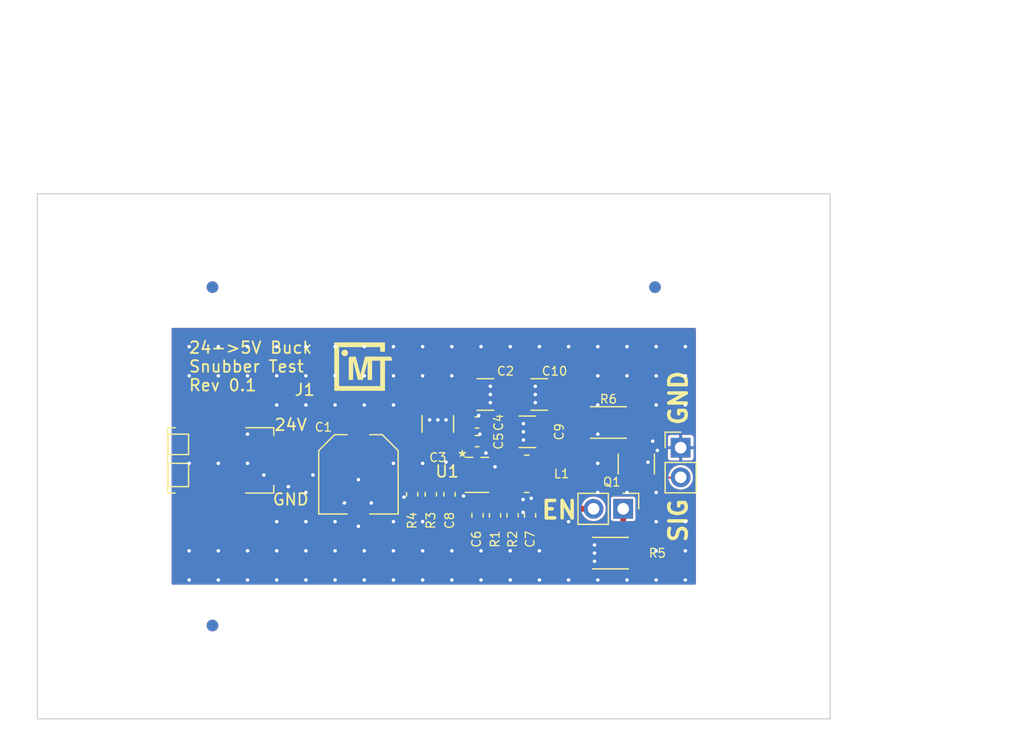
<source format=kicad_pcb>
(kicad_pcb (version 20211014) (generator pcbnew)
  (layers (0 "F.Cu" signal) (31 "B.Cu" signal) (34 "B.Paste" user) (35 "F.Paste" user) (36 "B.SilkS" user "B.Silkscreen") (37 "F.SilkS" user "F.Silkscreen") (38 "B.Mask" user) (39 "F.Mask" user) (44 "Edge.Cuts" user))
  (net 0 "")
  (net 1 "Board_0-+24V")
  (net 2 "Board_0-+5V")
  (net 3 "Board_0-/SW")
  (net 4 "Board_0-GND")
  (net 5 "Board_0-Net-(C6-Pad1)")
  (net 6 "Board_0-Net-(C6-Pad2)")
  (net 7 "Board_0-Net-(C7-Pad1)")
  (net 8 "Board_0-Net-(C8-Pad2)")
  (net 9 "Board_0-Net-(JP1-Pad1)")
  (net 10 "Board_0-Net-(JP2-Pad2)")
  (net 11 "Board_0-Net-(Q1-Pad1)")
  (net 12 "Board_0-unconnected-(U1-Pad5)")
  (footprint "footprints:CAPACITOR_0603N" (layer "F.Cu") (at 57.2 42.56 90)
    (fp_text reference "C7" (at -2.04 0 90 unlocked) (layer "F.SilkS") (effects (font (size 0.75 0.75) (thickness 0.11))))
    (fp_text value "DNP")
    (pad "1" smd roundrect locked (at -0.76 0 90) (size 0.85 0.97) (layers "F.Cu" "F.Paste" "F.Mask") (roundrect_rratio 0.2471) (net 7 "Board_0-Net-(C7-Pad1)"))
    (pad "2" smd roundrect locked (at 0.76 0 90) (size 0.85 0.97) (layers "F.Cu" "F.Paste" "F.Mask") (roundrect_rratio 0.2471) (net 4 "Board_0-GND") (thermal_gap 0.2))
  )
  (footprint "Connector_PinHeader_2.54mm:PinHeader_1x02_P2.54mm_Vertical" (layer "F.Cu") (at 65.175 42 -90)
    (fp_text reference "JP1" hide)
    (fp_text value "Jumper_NO_Small")
    (pad "1" thru_hole rect (at 0 0 270) (size 1.7 1.7) (drill 1) (layers *.Cu *.Mask) (net 9 "Board_0-Net-(JP1-Pad1)"))
    (pad "2" thru_hole oval (at 0 2.54 270) (size 1.7 1.7) (drill 1) (layers *.Cu *.Mask) (net 2 "Board_0-+5V"))
  )
  (footprint "footprints:RESISTOR_0603N" (layer "F.Cu") (at 48.7 40.76 90)
    (fp_text reference "R3" (at -2.24 0 90 unlocked) (layer "F.SilkS") (effects (font (size 0.75 0.75) (thickness 0.11))))
    (fp_text value "RC0603FR-0752K3L")
    (pad "1" smd roundrect locked (at -0.76 0 90) (size 0.85 0.97) (layers "F.Cu" "F.Paste" "F.Mask") (roundrect_rratio 0.2471) (net 2 "Board_0-+5V"))
    (pad "2" smd roundrect locked (at 0.76 0 90) (size 0.85 0.97) (layers "F.Cu" "F.Paste" "F.Mask") (roundrect_rratio 0.2471) (net 8 "Board_0-Net-(C8-Pad2)"))
  )
  (footprint "footprints:1702473" (layer "F.Cu") (at 33.2 37.85 -90)
    (fp_text reference "J1" (at -6.05 -4.7 unlocked) (layer "F.SilkS"))
    (fp_text value "1702473")
    (pad "" smd roundrect (at 3.85 3.3 270) (size 2.3 5.6) (layers "F.Cu" "F.Paste" "F.Mask"))
    (pad "" smd roundrect (at -3.85 3.3 270) (size 2.3 5.6) (layers "F.Cu" "F.Paste" "F.Mask"))
    (pad "1" smd roundrect (at -1.25 -3.3 270) (size 1.4 3.4) (layers "F.Cu" "F.Paste" "F.Mask") (net 1 "Board_0-+24V"))
    (pad "2" smd roundrect (at 1.25 -3.3 270) (size 1.4 3.4) (layers "F.Cu" "F.Paste" "F.Mask") (net 4 "Board_0-GND"))
  )
  (footprint "footprints:RESISTOR_2010N" (layer "F.Cu") (at 63.915 34.6)
    (fp_text reference "R6" (at 0 -2 unlocked) (layer "F.SilkS") (effects (font (size 0.75 0.75) (thickness 0.11))))
    (fp_text value "35028R2JT")
    (pad "1" smd roundrect locked (at -2.415 0) (size 1.39 2.72) (layers "F.Cu" "F.Paste" "F.Mask") (roundrect_rratio 0.1799) (net 2 "Board_0-+5V"))
    (pad "2" smd roundrect locked (at 2.415 0) (size 1.39 2.72) (layers "F.Cu" "F.Paste" "F.Mask") (roundrect_rratio 0.1799) (net 11 "Board_0-Net-(Q1-Pad1)"))
  )
  (footprint "footprints:CAPACITOR_1210N" (layer "F.Cu") (at 56.975 35.4 180)
    (fp_text reference "C9" (at -2.725 0 90 unlocked) (layer "F.SilkS") (effects (font (size 0.75 0.75) (thickness 0.11))))
    (fp_text value "GRM32ER71E226ME15L")
    (pad "1" smd roundrect (at -1.475 0 180) (size 1.16 2.72) (layers "F.Cu" "F.Paste" "F.Mask") (roundrect_rratio 0.2155) (net 2 "Board_0-+5V"))
    (pad "2" smd roundrect (at 1.475 0 180) (size 1.16 2.72) (layers "F.Cu" "F.Paste" "F.Mask") (roundrect_rratio 0.2155) (net 4 "Board_0-GND"))
  )
  (footprint "footprints:RESISTOR_0603N" (layer "F.Cu") (at 55.7 42.56 -90)
    (fp_text reference "R2" (at 2.04 0 90 unlocked) (layer "F.SilkS") (effects (font (size 0.75 0.75) (thickness 0.11))))
    (fp_text value "DNP")
    (pad "1" smd roundrect locked (at -0.76 0 270) (size 0.85 0.97) (layers "F.Cu" "F.Paste" "F.Mask") (roundrect_rratio 0.2471) (net 3 "Board_0-/SW") (thermal_gap 0.25))
    (pad "2" smd roundrect locked (at 0.76 0 270) (size 0.85 0.97) (layers "F.Cu" "F.Paste" "F.Mask") (roundrect_rratio 0.2471) (net 7 "Board_0-Net-(C7-Pad1)"))
  )
  (footprint "footprints:RESISTOR_0603N" (layer "F.Cu") (at 54.2 42.56 -90)
    (fp_text reference "R1" (at 2.04 0 90 unlocked) (layer "F.SilkS") (effects (font (size 0.75 0.75) (thickness 0.11))))
    (fp_text value "DNP")
    (pad "1" smd roundrect locked (at -0.76 0 270) (size 0.85 0.97) (layers "F.Cu" "F.Paste" "F.Mask") (roundrect_rratio 0.2471) (net 3 "Board_0-/SW"))
    (pad "2" smd roundrect locked (at 0.76 0 270) (size 0.85 0.97) (layers "F.Cu" "F.Paste" "F.Mask") (roundrect_rratio 0.2471) (net 6 "Board_0-Net-(C6-Pad2)"))
  )
  (footprint "footprints:CAPACITOR_1210N" (layer "F.Cu") (at 53.375 32.2)
    (fp_text reference "C2" (at 1.725 -2 unlocked) (layer "F.SilkS") (effects (font (size 0.75 0.75) (thickness 0.11))))
    (fp_text value "GRM32ER71E226ME15L")
    (pad "1" smd roundrect (at -1.475 0) (size 1.16 2.72) (layers "F.Cu" "F.Paste" "F.Mask") (roundrect_rratio 0.2155) (net 1 "Board_0-+24V"))
    (pad "2" smd roundrect (at 1.475 0) (size 1.16 2.72) (layers "F.Cu" "F.Paste" "F.Mask") (roundrect_rratio 0.2155) (net 4 "Board_0-GND"))
  )
  (footprint "footprints:CAPACITOR_0603N" (layer "F.Cu") (at 52.66 36.2)
    (fp_text reference "C5" (at 1.84 0 90 unlocked) (layer "F.SilkS") (effects (font (size 0.75 0.75) (thickness 0.11))))
    (fp_text value "GRM188R61H225ME11D")
    (pad "1" smd roundrect locked (at -0.76 0) (size 0.85 0.97) (layers "F.Cu" "F.Paste" "F.Mask") (roundrect_rratio 0.2471) (net 1 "Board_0-+24V"))
    (pad "2" smd roundrect locked (at 0.76 0) (size 0.85 0.97) (layers "F.Cu" "F.Paste" "F.Mask") (roundrect_rratio 0.2471) (net 4 "Board_0-GND"))
  )
  (footprint "footprints:SOT23-6P95_285X140L45X42N" (layer "F.Cu") (at 66.3 38.16)
    (fp_text reference "Q1" (at -2.1 1.54 unlocked) (layer "F.SilkS") (effects (font (size 0.75 0.75) (thickness 0.11))))
    (fp_text value "SI1442DH-T1-GE3")
    (pad "1" smd roundrect locked (at -0.95 1.16 90) (size 1.1 0.62) (layers "F.Cu" "F.Paste" "F.Mask") (roundrect_rratio 0.2581) (net 11 "Board_0-Net-(Q1-Pad1)"))
    (pad "2" smd roundrect locked (at 0 1.16 90) (size 1.1 0.62) (layers "F.Cu" "F.Paste" "F.Mask") (roundrect_rratio 0.2581) (net 11 "Board_0-Net-(Q1-Pad1)"))
    (pad "3" smd roundrect locked (at 0.95 1.16 90) (size 1.1 0.62) (layers "F.Cu" "F.Paste" "F.Mask") (roundrect_rratio 0.2581) (net 10 "Board_0-Net-(JP2-Pad2)"))
    (pad "4" smd roundrect locked (at 0.95 -1.16 90) (size 1.1 0.62) (layers "F.Cu" "F.Paste" "F.Mask") (roundrect_rratio 0.2581) (net 4 "Board_0-GND"))
    (pad "5" smd roundrect locked (at 0 -1.16 90) (size 1.1 0.62) (layers "F.Cu" "F.Paste" "F.Mask") (roundrect_rratio 0.2581) (net 11 "Board_0-Net-(Q1-Pad1)"))
    (pad "6" smd roundrect locked (at -0.95 -1.16 90) (size 1.1 0.62) (layers "F.Cu" "F.Paste" "F.Mask") (roundrect_rratio 0.2581) (net 11 "Board_0-Net-(Q1-Pad1)"))
  )
  (footprint "Connector_PinHeader_2.54mm:PinHeader_1x02_P2.54mm_Vertical" (layer "F.Cu") (at 70.1 36.76)
    (fp_text reference "JP2" hide)
    (fp_text value "Jumper_NO_Small")
    (pad "1" thru_hole rect (at 0 0) (size 1.7 1.7) (drill 1) (layers *.Cu *.Mask) (net 4 "Board_0-GND"))
    (pad "2" thru_hole oval (at 0 2.54) (size 1.7 1.7) (drill 1) (layers *.Cu *.Mask) (net 10 "Board_0-Net-(JP2-Pad2)"))
  )
  (footprint "footprints:CAPACITOR_0603N" (layer "F.Cu") (at 50.3 40.76 90)
    (fp_text reference "C8" (at -2.24 0 90 unlocked) (layer "F.SilkS") (effects (font (size 0.75 0.75) (thickness 0.11))))
    (fp_text value "CC0603JRNPO9BN330")
    (pad "1" smd roundrect locked (at -0.76 0 90) (size 0.85 0.97) (layers "F.Cu" "F.Paste" "F.Mask") (roundrect_rratio 0.2471) (net 2 "Board_0-+5V"))
    (pad "2" smd roundrect locked (at 0.76 0 90) (size 0.85 0.97) (layers "F.Cu" "F.Paste" "F.Mask") (roundrect_rratio 0.2471) (net 8 "Board_0-Net-(C8-Pad2)"))
  )
  (footprint "footprints:MTE_LOGO_5MM" (layer "F.Cu") (at 42.9 29.8)
    (fp_text reference "G***" hide)
    (fp_text value "LOGO" hide)
  )
  (footprint "footprints:CAPACITOR_0603N" (layer "F.Cu") (at 52.7 42.56 -90)
    (fp_text reference "C6" (at 2.04 0.1 90 unlocked) (layer "F.SilkS") (effects (font (size 0.75 0.75) (thickness 0.11))))
    (fp_text value "CC0603KRX7R9BB104")
    (pad "1" smd roundrect locked (at -0.76 0 270) (size 0.85 0.97) (layers "F.Cu" "F.Paste" "F.Mask") (roundrect_rratio 0.2471) (net 5 "Board_0-Net-(C6-Pad1)"))
    (pad "2" smd roundrect locked (at 0.76 0 270) (size 0.85 0.97) (layers "F.Cu" "F.Paste" "F.Mask") (roundrect_rratio 0.2471) (net 6 "Board_0-Net-(C6-Pad2)"))
  )
  (footprint "Fiducial" (layer "F.Cu") (at 30 52)
    (fp_text reference "REF**" hide)
    (fp_text value "Fiducial" hide)
    (pad "" smd circle locked (at 0 0) (size 1 1) (layers "F.Cu" "F.Mask") (clearance 0.5))
  )
  (footprint "footprints:RESISTOR_2010N" (layer "F.Cu") (at 64.085 45.8 180)
    (fp_text reference "R5" (at -4.015 0 unlocked) (layer "F.SilkS") (effects (font (size 0.75 0.75) (thickness 0.11))))
    (fp_text value "350222RJT")
    (pad "1" smd roundrect locked (at -2.415 0 180) (size 1.39 2.72) (layers "F.Cu" "F.Paste" "F.Mask") (roundrect_rratio 0.1799) (net 9 "Board_0-Net-(JP1-Pad1)"))
    (pad "2" smd roundrect locked (at 2.415 0 180) (size 1.39 2.72) (layers "F.Cu" "F.Paste" "F.Mask") (roundrect_rratio 0.1799) (net 4 "Board_0-GND"))
  )
  (footprint "footprints:CAPACITOR_1210N" (layer "F.Cu") (at 57.99496 32.2 180)
    (fp_text reference "C10" (at -1.30504 2 unlocked) (layer "F.SilkS") (effects (font (size 0.75 0.75) (thickness 0.11))))
    (fp_text value "GRM32ER71E226ME15L")
    (pad "1" smd roundrect (at -1.475 0 180) (size 1.16 2.72) (layers "F.Cu" "F.Paste" "F.Mask") (roundrect_rratio 0.2155) (net 2 "Board_0-+5V"))
    (pad "2" smd roundrect (at 1.475 0 180) (size 1.16 2.72) (layers "F.Cu" "F.Paste" "F.Mask") (roundrect_rratio 0.2155) (net 4 "Board_0-GND"))
  )
  (footprint "footprints:CAPACITOR_0603N" (layer "F.Cu") (at 52.66 34.6)
    (fp_text reference "C4" (at 1.84 0 90 unlocked) (layer "F.SilkS") (effects (font (size 0.75 0.75) (thickness 0.11))))
    (fp_text value "GRM188R61H225ME11D")
    (pad "1" smd roundrect locked (at -0.76 0) (size 0.85 0.97) (layers "F.Cu" "F.Paste" "F.Mask") (roundrect_rratio 0.2471) (net 1 "Board_0-+24V"))
    (pad "2" smd roundrect locked (at 0.76 0) (size 0.85 0.97) (layers "F.Cu" "F.Paste" "F.Mask") (roundrect_rratio 0.2471) (net 4 "Board_0-GND"))
  )
  (footprint "footprints:AP63357QZV-7" (layer "F.Cu") (at 52.65 39.09)
    (fp_text reference "U1" (at -2.55 -0.29 unlocked) (layer "F.SilkS"))
    (fp_text value "AP63357QZV-7")
    (fp_text user "*" (at -1.25 -1.5 unlocked) (layer "F.SilkS"))
    (pad "1" smd roundrect (at -0.75 -0.69) (size 0.8 1.45) (layers "F.Cu" "F.Paste" "F.Mask") (net 1 "Board_0-+24V"))
    (pad "2" smd roundrect (at -0.85 0.36) (size 0.6 0.3) (layers "F.Cu" "F.Paste" "F.Mask") (net 1 "Board_0-+24V"))
    (pad "3" smd roundrect (at -0.85 0.81) (size 0.6 0.3) (layers "F.Cu" "F.Paste" "F.Mask") (net 8 "Board_0-Net-(C8-Pad2)"))
    (pad "4" smd roundrect (at -0.85 1.26) (size 0.6 0.3) (layers "F.Cu" "F.Paste" "F.Mask") (net 4 "Board_0-GND"))
    (pad "5" smd roundrect (at 0.85 1.26) (size 0.6 0.3) (layers "F.Cu" "F.Paste" "F.Mask") (net 12 "Board_0-unconnected-(U1-Pad5)"))
    (pad "6" smd roundrect (at 0.85 0.81) (size 0.6 0.3) (layers "F.Cu" "F.Paste" "F.Mask") (net 5 "Board_0-Net-(C6-Pad1)"))
    (pad "7" smd roundrect (at 0.85 0.36) (size 0.6 0.3) (layers "F.Cu" "F.Paste" "F.Mask") (net 3 "Board_0-/SW"))
    (pad "8" smd roundrect (at 0.75 -0.69) (size 0.8 1.45) (layers "F.Cu" "F.Paste" "F.Mask") (net 4 "Board_0-GND"))
    (pad "9" smd roundrect (at 0 -0.83) (size 0.3 1.725) (layers "F.Cu" "F.Paste" "F.Mask") (net 3 "Board_0-/SW"))
  )
  (footprint "Fiducial" (layer "F.Cu") (at 67.9 23)
    (fp_text reference "REF**" hide)
    (fp_text value "Fiducial" hide)
    (pad "" smd circle locked (at 0 0) (size 1 1) (layers "F.Cu" "F.Mask") (clearance 0.5))
  )
  (footprint "footprints:RESISTOR_0603N" (layer "F.Cu") (at 47.1 40.76 -90)
    (fp_text reference "R4" (at 2.24 0 90 unlocked) (layer "F.SilkS") (effects (font (size 0.75 0.75) (thickness 0.11))))
    (fp_text value "RC0603JR-0710KL")
    (pad "1" smd roundrect locked (at -0.76 0 270) (size 0.85 0.97) (layers "F.Cu" "F.Paste" "F.Mask") (roundrect_rratio 0.2471) (net 8 "Board_0-Net-(C8-Pad2)"))
    (pad "2" smd roundrect locked (at 0.76 0 270) (size 0.85 0.97) (layers "F.Cu" "F.Paste" "F.Mask") (roundrect_rratio 0.2471) (net 4 "Board_0-GND"))
  )
  (footprint "footprints:CAPACITOR_1210N" (layer "F.Cu") (at 49.3 34.725 90)
    (fp_text reference "C3" (at -2.875 0 unlocked) (layer "F.SilkS") (effects (font (size 0.75 0.75) (thickness 0.11))))
    (fp_text value "GRM32ER71E226ME15L")
    (pad "1" smd roundrect (at -1.475 0 90) (size 1.16 2.72) (layers "F.Cu" "F.Paste" "F.Mask") (roundrect_rratio 0.2155) (net 1 "Board_0-+24V"))
    (pad "2" smd roundrect (at 1.475 0 90) (size 1.16 2.72) (layers "F.Cu" "F.Paste" "F.Mask") (roundrect_rratio 0.2155) (net 4 "Board_0-GND"))
  )
  (footprint "footprints:INDUCTOR_3030N" (layer "F.Cu") (at 56.915 39)
    (fp_text reference "L1" (at 2.985 0 unlocked) (layer "F.SilkS") (effects (font (size 0.75 0.75) (thickness 0.11))))
    (fp_text value "74438336068")
    (pad "1" smd roundrect (at -1.215 0) (size 1.69 3.22) (layers "F.Cu" "F.Paste" "F.Mask") (roundrect_rratio 0.1479) (net 3 "Board_0-/SW"))
    (pad "2" smd roundrect (at 1.215 0) (size 1.69 3.22) (layers "F.Cu" "F.Paste" "F.Mask") (roundrect_rratio 0.1479) (net 2 "Board_0-+5V"))
  )
  (footprint "footprints:CAPAE660X580L260X65N" (layer "F.Cu") (at 42.5 39.045 -90)
    (fp_text reference "C1" (at -4.045 3 unlocked) (layer "F.SilkS") (effects (font (size 0.75 0.75) (thickness 0.11))))
    (fp_text value "EEE-1VA470WP")
    (pad "1" smd roundrect locked (at -2.445 0 270) (size 3.3 1.58) (layers "F.Cu" "F.Paste" "F.Mask") (roundrect_rratio 0.1582) (net 1 "Board_0-+24V"))
    (pad "2" smd roundrect locked (at 2.445 0 270) (size 3.3 1.58) (layers "F.Cu" "F.Paste" "F.Mask") (roundrect_rratio 0.1582) (net 4 "Board_0-GND"))
  )
  (footprint "Fiducial" (layer "F.Cu") (at 30 23)
    (fp_text reference "REF**" hide)
    (fp_text value "Fiducial" hide)
    (pad "" smd circle locked (at 0 0) (size 1 1) (layers "F.Cu" "F.Mask") (clearance 0.5))
  )
  (footprint "Fiducial" (layer "B.Cu") (at 30 23)
    (fp_text reference "REF**" hide)
    (fp_text value "Fiducial" hide)
    (pad "" smd circle locked (at 0 0) (size 1 1) (layers "B.Cu" "B.Mask") (clearance 0.5))
  )
  (footprint "Fiducial" (layer "B.Cu") (at 67.9 23)
    (fp_text reference "REF**" hide)
    (fp_text value "Fiducial" hide)
    (pad "" smd circle locked (at 0 0) (size 1 1) (layers "B.Cu" "B.Mask") (clearance 0.5))
  )
  (footprint "Fiducial" (layer "B.Cu") (at 30 52)
    (fp_text reference "REF**" hide)
    (fp_text value "Fiducial" hide)
    (pad "" smd circle locked (at 0 0) (size 1 1) (layers "B.Cu" "B.Mask") (clearance 0.5))
  )
  (gr_line (start 15 60) (end 82.9 60) (layer "Edge.Cuts") (width 0.1))
  (gr_line (start 82.9 15) (end 15 15) (layer "Edge.Cuts") (width 0.1))
  (gr_line (start 82.9 60) (end 82.9 15) (layer "Edge.Cuts") (width 0.1))
  (gr_line (start 15 15) (end 15 60) (layer "Edge.Cuts") (width 0.1))
  (gr_text "SIG" (at 69.9 43 90) (layer "F.SilkS") (effects (font (size 1.5 1.5) (thickness 0.3))))
  (gr_text "GND" (at 36.7 41.2) (layer "F.SilkS") (effects (font (size 1 1))))
  (gr_text "24V" (at 36.7 34.8) (layer "F.SilkS") (effects (font (size 1 1))))
  (gr_text "GND" (at 69.9 32.5 90) (layer "F.SilkS") (effects (font (size 1.5 1.5) (thickness 0.3))))
  (gr_text "24->5V Buck\nSnubber Test\nRev 0.1" (at 27.9 29.8) (layer "F.SilkS") (effects (font (size 1 1)) (justify left)))
  (gr_text "EN" (at 59.7 42.1) (layer "F.SilkS") (effects (font (size 1.5 1.5) (thickness 0.3))))
  (segment (start 51.9 36.2) (end 51.9 38.4) (width 0.5) (layer "F.Cu") (net 1))
  (segment (start 51.8 39.45) (end 51.8 38.5) (width 0.15) (layer "F.Cu") (net 1))
  (segment (start 49.3 36.2) (end 42.9 36.2) (width 0.5) (layer "F.Cu") (net 1))
  (segment (start 42.5 36.6) (end 36.5 36.6) (width 0.5) (layer "F.Cu") (net 1))
  (segment (start 51.8 38.5) (end 51.9 38.4) (width 0.15) (layer "F.Cu") (net 1))
  (segment (start 51.9 38.4) (end 51.9 34.6) (width 0.15) (layer "F.Cu") (net 1))
  (segment (start 51.9 32.2) (end 51.9 34.6) (width 0.15) (layer "F.Cu") (net 1))
  (segment (start 42.9 36.2) (end 42.5 36.6) (width 0.5) (layer "F.Cu") (net 1))
  (segment (start 49.3 36.2) (end 51.9 36.2) (width 0.5) (layer "F.Cu") (net 1))
  (segment (start 51.9 36.2) (end 51.9 32.2) (width 0.5) (layer "F.Cu") (net 1))
  (segment (start 60.8 41.4) (end 60.8 40.1) (width 0.5) (layer "F.Cu") (net 2))
  (segment (start 58.13 35.72) (end 58.45 35.4) (width 0.15) (layer "F.Cu") (net 2))
  (segment (start 50.3 41.52) (end 48.7 41.52) (width 0.15) (layer "F.Cu") (net 2))
  (segment (start 50.3 42.7) (end 51.8 44.2) (width 0.15) (layer "F.Cu") (net 2))
  (segment (start 61.4 42) (end 60.8 41.4) (width 0.5) (layer "F.Cu") (net 2))
  (segment (start 50.3 41.52) (end 50.3 42.7) (width 0.15) (layer "F.Cu") (net 2))
  (segment (start 57.9 44.2) (end 59.5 42.6) (width 0.15) (layer "F.Cu") (net 2))
  (segment (start 58.45 35.4) (end 58.45 32.6) (width 0.15) (layer "F.Cu") (net 2))
  (segment (start 58.45 32.6) (end 58.85 32.2) (width 0.15) (layer "F.Cu") (net 2))
  (segment (start 59.3 39) (end 58.13 39) (width 0.15) (layer "F.Cu") (net 2))
  (segment (start 62.635 42) (end 61.4 42) (width 0.5) (layer "F.Cu") (net 2))
  (segment (start 51.8 44.2) (end 57.9 44.2) (width 0.15) (layer "F.Cu") (net 2))
  (segment (start 59.5 39.2) (end 59.3 39) (width 0.15) (layer "F.Cu") (net 2))
  (segment (start 58.85 32.2) (end 59.46996 32.2) (width 0.15) (layer "F.Cu") (net 2))
  (segment (start 59.5 42.6) (end 59.5 39.2) (width 0.15) (layer "F.Cu") (net 2))
  (segment (start 58.13 39) (end 58.13 35.72) (width 0.15) (layer "F.Cu") (net 2))
  (segment (start 54.7 39) (end 54.25 39.45) (width 0.15) (layer "F.Cu") (net 3))
  (segment (start 55.7 39) (end 54.7 39) (width 0.15) (layer "F.Cu") (net 3))
  (segment (start 54.25 39.45) (end 53.5 39.45) (width 0.15) (layer "F.Cu") (net 3))
  (segment (start 52.75 39.45) (end 52.65 39.35) (width 0.15) (layer "F.Cu") (net 3))
  (segment (start 55.7 41.8) (end 55.7 39) (width 0.15) (layer "F.Cu") (net 3))
  (segment (start 54.2 41.8) (end 55.7 41.8) (width 0.15) (layer "F.Cu") (net 3))
  (segment (start 53.5 39.45) (end 52.75 39.45) (width 0.15) (layer "F.Cu") (net 3))
  (segment (start 52.65 39.35) (end 52.65 38.26) (width 0.15) (layer "F.Cu") (net 3))
  (segment (start 41.31 41.49) (end 41.3 41.5) (width 0.4) (layer "F.Cu") (net 4))
  (segment (start 62.72 45.8) (end 62.72 46.5) (width 0.4) (layer "F.Cu") (net 4))
  (segment (start 57.2 41.8) (end 57.2 41.2) (width 0.3) (layer "F.Cu") (net 4))
  (segment (start 67.25 36.65) (end 67.7 36.2) (width 0.5) (layer "F.Cu") (net 4))
  (segment (start 46.92 41.52) (end 46.4 41) (width 0.4) (layer "F.Cu") (net 4))
  (segment (start 48.6 33.33004) (end 48.6 34.38004) (width 0.4) (layer "F.Cu") (net 4))
  (segment (start 53.4 34.6) (end 52.8 34) (width 0.4) (layer "F.Cu") (net 4))
  (segment (start 57.2 41.2) (end 57.3 41.1) (width 0.3) (layer "F.Cu") (net 4))
  (segment (start 56.6 31.5) (end 57.65 31.5) (width 0.4) (layer "F.Cu") (net 4))
  (segment (start 42.5 41.49) (end 41.31 41.49) (width 0.4) (layer "F.Cu") (net 4))
  (segment (start 42.5 41.49) (end 42.5 39.5) (width 0.4) (layer "F.Cu") (net 4))
  (segment (start 55.58004 36.1) (end 56.63004 36.1) (width 0.4) (layer "F.Cu") (net 4))
  (segment (start 57.2 41.8) (end 56.6 41.2) (width 0.3) (layer "F.Cu") (net 4))
  (segment (start 57.65 32.2) (end 57.65 32.9) (width 0.4) (layer "F.Cu") (net 4))
  (segment (start 54.7 34.6) (end 53.42 34.6) (width 0.15) (layer "F.Cu") (net 4))
  (segment (start 53.42 36.2) (end 53.42 34.6) (width 0.15) (layer "F.Cu") (net 4))
  (segment (start 67.25 37) (end 67.25 36.65) (width 0.5) (layer "F.Cu") (net 4))
  (segment (start 61.67 45.1) (end 62.72 45.1) (width 0.4) (layer "F.Cu") (net 4))
  (segment (start 57.2 41.8) (end 56.7 42.3) (width 0.3) (layer "F.Cu") (net 4))
  (segment (start 57.65 32.2) (end 57.65 31.5) (width 0.4) (layer "F.Cu") (net 4))
  (segment (start 53.42 38.38) (end 53.42 37.22) (width 0.4) (layer "F.Cu") (net 4))
  (segment (start 55.58004 35.4) (end 56.63004 35.4) (width 0.4) (layer "F.Cu") (net 4))
  (segment (start 43.59 41.49) (end 43.6 41.5) (width 0.4) (layer "F.Cu") (net 4))
  (segment (start 61.67 45.8) (end 62.72 45.8) (width 0.4) (layer "F.Cu") (net 4))
  (segment (start 67.25 37) (end 67.25 37.95) (width 0.5) (layer "F.Cu") (net 4))
  (segment (start 51.8 40.6) (end 51.5 40.9) (width 0.15) (layer "F.Cu") (net 4))
  (segment (start 53.42 36.2) (end 53.42 36.12) (width 0.4) (layer "F.Cu") (net 4))
  (segment (start 62.72 45.8) (end 62.72 45.1) (width 0.4) (layer "F.Cu") (net 4))
  (segment (start 56.6 32.2) (end 57.65 32.2) (width 0.4) (layer "F.Cu") (net 4))
  (segment (start 54.85 32.2) (end 53.8 32.2) (width 0.4) (layer "F.Cu") (net 4))
  (segment (start 67.25 37.95) (end 67.3 38) (width 0.5) (layer "F.Cu") (net 4))
  (segment (start 53.42 36.12) (end 52.9 35.6) (width 0.4) (layer "F.Cu") (net 4))
  (segment (start 53.42 36.2) (end 53.42 37.22) (width 0.15) (layer "F.Cu") (net 4))
  (segment (start 53.42 34.6) (end 53.4 34.6) (width 0.4) (layer "F.Cu") (net 4))
  (segment (start 55.58004 34.7) (end 56.63004 34.7) (width 0.4) (layer "F.Cu") (net 4))
  (segment (start 53.8 32.2) (end 53.8 31.5) (width 0.4) (layer "F.Cu") (net 4))
  (segment (start 51.8 40.35) (end 51.8 40.6) (width 0.15) (layer "F.Cu") (net 4))
  (segment (start 53.4 38.4) (end 53.42 38.38) (width 0.4) (layer "F.Cu") (net 4))
  (segment (start 49.3 34.38004) (end 50 34.38004) (width 0.4) (layer "F.Cu") (net 4))
  (segment (start 56.63004 35.4) (end 56.63004 34.7) (width 0.4) (layer "F.Cu") (net 4))
  (segment (start 36.5 39.1) (end 36.5 40.1) (width 0.4) (layer "F.Cu") (net 4))
  (segment (start 53.8 32.2) (end 53.8 32.9) (width 0.4) (layer "F.Cu") (net 4))
  (segment (start 50 33.33004) (end 50 34.38004) (width 0.4) (layer "F.Cu") (net 4))
  (segment (start 54.85 32.9) (end 53.8 32.9) (width 0.4) (layer "F.Cu") (net 4))
  (segment (start 56.6 32.9) (end 57.65 32.9) (width 0.4) (layer "F.Cu") (net 4))
  (segment (start 54.85 31.5) (end 53.8 31.5) (width 0.4) (layer "F.Cu") (net 4))
  (segment (start 56.63004 35.4) (end 56.63004 36.1) (width 0.4) (layer "F.Cu") (net 4))
  (segment (start 36.5 39.1) (end 38.6 39.1) (width 0.4) (layer "F.Cu") (net 4))
  (segment (start 49.3 34.38004) (end 48.6 34.38004) (width 0.4) (layer "F.Cu") (net 4))
  (segment (start 61.67 46.5) (end 62.72 46.5) (width 0.4) (layer "F.Cu") (net 4))
  (segment (start 36.5 39.1) (end 34.4 39.1) (width 0.4) (layer "F.Cu") (net 4))
  (segment (start 55.5 35.4) (end 54.7 34.6) (width 0.15) (layer "F.Cu") (net 4))
  (segment (start 42.5 41.49) (end 42.5 43.5) (width 0.4) (layer "F.Cu") (net 4))
  (segment (start 67.25 37) (end 68.1 37) (width 0.5) (layer "F.Cu") (net 4))
  (segment (start 49.3 33.33004) (end 49.3 34.38004) (width 0.4) (layer "F.Cu") (net 4))
  (segment (start 47.1 41.52) (end 46.92 41.52) (width 0.4) (layer "F.Cu") (net 4))
  (segment (start 56.7 42.3) (end 56.6 42.3) (width 0.3) (layer "F.Cu") (net 4))
  (segment (start 53.4 38.4) (end 54.2 38.4) (width 0.4) (layer "F.Cu") (net 4))
  (segment (start 42.5 41.49) (end 43.59 41.49) (width 0.4) (layer "F.Cu") (net 4))
  (via (at 40.5 30.6) (size 0.65) (drill 0.3) (layers "F.Cu" "B.Cu") (net 4))
  (via (at 70.5 33.1) (size 0.65) (drill 0.3) (layers "F.Cu" "B.Cu") (net 4))
  (via (at 70.5 48.1) (size 0.65) (drill 0.3) (layers "F.Cu" "B.Cu") (net 4))
  (via (at 53.42 37.22) (size 0.65) (drill 0.3) (layers "F.Cu" "B.Cu") (net 4))
  (via (at 45.5 48.1) (size 0.65) (drill 0.3) (layers "F.Cu" "B.Cu") (net 4))
  (via (at 53.8 32.9) (size 0.65) (drill 0.3) (layers "F.Cu" "B.Cu") (net 4))
  (via (at 38.6 39.1) (size 0.65) (drill 0.3) (layers "F.Cu" "B.Cu") (net 4))
  (via (at 68 45.6) (size 0.65) (drill 0.3) (layers "F.Cu" "B.Cu") (net 4))
  (via (at 33 38.1) (size 0.65) (drill 0.3) (layers "F.Cu" "B.Cu") (net 4))
  (via (at 63 40.6) (size 0.65) (drill 0.3) (layers "F.Cu" "B.Cu") (net 4))
  (via (at 28 30.6) (size 0.65) (drill 0.3) (layers "F.Cu" "B.Cu") (net 4))
  (via (at 43 45.6) (size 0.65) (drill 0.3) (layers "F.Cu" "B.Cu") (net 4))
  (via (at 50 38) (size 0.65) (drill 0.3) (layers "F.Cu" "B.Cu") (net 4))
  (via (at 57.65 32.9) (size 0.65) (drill 0.3) (layers "F.Cu" "B.Cu") (net 4))
  (via (at 56.6 41.2) (size 0.65) (drill 0.3) (layers "F.Cu" "B.Cu") (net 4))
  (via (at 67.3 38) (size 0.65) (drill 0.3) (layers "F.Cu" "B.Cu") (net 4))
  (via (at 33 45.6) (size 0.65) (drill 0.3) (layers "F.Cu" "B.Cu") (net 4))
  (via (at 28 38.1) (size 0.65) (drill 0.3) (layers "F.Cu" "B.Cu") (net 4))
  (via (at 48 30.6) (size 0.65) (drill 0.3) (layers "F.Cu" "B.Cu") (net 4))
  (via (at 68 28.1) (size 0.65) (drill 0.3) (layers "F.Cu" "B.Cu") (net 4))
  (via (at 30.5 38.1) (size 0.65) (drill 0.3) (layers "F.Cu" "B.Cu") (net 4))
  (via (at 51.5 40.9) (size 0.65) (drill 0.3) (layers "F.Cu" "B.Cu") (net 4))
  (via (at 68.1 37) (size 0.65) (drill 0.3) (layers "F.Cu" "B.Cu") (net 4))
  (via (at 63 33.1) (size 0.65) (drill 0.3) (layers "F.Cu" "B.Cu") (net 4))
  (via (at 30.5 48.1) (size 0.65) (drill 0.3) (layers "F.Cu" "B.Cu") (net 4))
  (via (at 38 48.1) (size 0.65) (drill 0.3) (layers "F.Cu" "B.Cu") (net 4))
  (via (at 28 28.1) (size 0.65) (drill 0.3) (layers "F.Cu" "B.Cu") (net 4))
  (via (at 54.2 38.4) (size 0.65) (drill 0.3) (layers "F.Cu" "B.Cu") (net 4))
  (via (at 42.5 39.5) (size 0.65) (drill 0.3) (layers "F.Cu" "B.Cu") (net 4))
  (via (at 33 30.6) (size 0.65) (drill 0.3) (layers "F.Cu" "B.Cu") (net 4))
  (via (at 35.5 45.6) (size 0.65) (drill 0.3) (layers "F.Cu" "B.Cu") (net 4))
  (via (at 65.5 48.1) (size 0.65) (drill 0.3) (layers "F.Cu" "B.Cu") (net 4))
  (via (at 43.6 41.5) (size 0.65) (drill 0.3) (layers "F.Cu" "B.Cu") (net 4))
  (via (at 36.5 40.1) (size 0.65) (drill 0.3) (layers "F.Cu" "B.Cu") (net 4))
  (via (at 57.65 32.2) (size 0.65) (drill 0.3) (layers "F.Cu" "B.Cu") (net 4))
  (via (at 50.5 45.6) (size 0.65) (drill 0.3) (layers "F.Cu" "B.Cu") (net 4))
  (via (at 62.72 46.5) (size 0.65) (drill 0.3) (layers "F.Cu" "B.Cu") (net 4))
  (via (at 52.9 35.6) (size 0.65) (drill 0.3) (layers "F.Cu" "B.Cu") (net 4))
  (via (at 45.5 43.1) (size 0.65) (drill 0.3) (layers "F.Cu" "B.Cu") (net 4))
  (via (at 55.5 28.1) (size 0.65) (drill 0.3) (layers "F.Cu" "B.Cu") (net 4))
  (via (at 55.5 48.1) (size 0.65) (drill 0.3) (layers "F.Cu" "B.Cu") (net 4))
  (via (at 49.3 34.38004) (size 0.65) (drill 0.3) (layers "F.Cu" "B.Cu") (net 4))
  (via (at 38 28.1) (size 0.65) (drill 0.3) (layers "F.Cu" "B.Cu") (net 4))
  (via (at 38 43.1) (size 0.65) (drill 0.3) (layers "F.Cu" "B.Cu") (net 4))
  (via (at 43 28.1) (size 0.65) (drill 0.3) (layers "F.Cu" "B.Cu") (net 4))
  (via (at 48 38.1) (size 0.65) (drill 0.3) (layers "F.Cu" "B.Cu") (net 4))
  (via (at 60.5 43.1) (size 0.65) (drill 0.3) (layers "F.Cu" "B.Cu") (net 4))
  (via (at 42.5 43.5) (size 0.65) (drill 0.3) (layers "F.Cu" "B.Cu") (net 4))
  (via (at 68 40.6) (size 0.65) (drill 0.3) (layers "F.Cu" "B.Cu") (net 4))
  (via (at 70.5 30.6) (size 0.65) (drill 0.3) (layers "F.Cu" "B.Cu") (net 4))
  (via (at 60.5 28.1) (size 0.65) (drill 0.3) (layers "F.Cu" "B.Cu") (net 4))
  (via (at 58 45.6) (size 0.65) (drill 0.3) (layers "F.Cu" "B.Cu") (net 4))
  (via (at 57.65 31.5) (size 0.65) (drill 0.3) (layers "F.Cu" "B.Cu") (net 4))
  (via (at 43 48.1) (size 0.65) (drill 0.3) (layers "F.Cu" "B.Cu") (net 4))
  (via (at 56.63004 34.7) (size 0.65) (drill 0.3) (layers "F.Cu" "B.Cu") (net 4))
  (via (at 68 33.1) (size 0.65) (drill 0.3) (layers "F.Cu" "B.Cu") (net 4))
  (via (at 53 48.1) (size 0.65) (drill 0.3) (layers "F.Cu" "B.Cu") (net 4))
  (via (at 62.72 45.1) (size 0.65) (drill 0.3) (layers "F.Cu" "B.Cu") (net 4))
  (via (at 28 48.1) (size 0.65) (drill 0.3) (layers "F.Cu" "B.Cu") (net 4))
  (via (at 53 28.1) (size 0.65) (drill 0.3) (layers "F.Cu" "B.Cu") (net 4))
  (via (at 45.5 45.6) (size 0.65) (drill 0.3) (layers "F.Cu" "B.Cu") (net 4))
  (via (at 33 48.1) (size 0.65) (drill 0.3) (layers "F.Cu" "B.Cu") (net 4))
  (via (at 52.8 34) (size 0.65) (drill 0.3) (layers "F.Cu" "B.Cu") (net 4))
  (via (at 38 33.1) (size 0.65) (drill 0.3) (layers "F.Cu" "B.Cu") (net 4))
  (via (at 68 48.1) (size 0.65) (drill 0.3) (layers "F.Cu" "B.Cu") (net 4))
  (via (at 35.5 33.1) (size 0.65) (drill 0.3) (layers "F.Cu" "B.Cu") (net 4))
  (via (at 70.5 28.1) (size 0.65) (drill 0.3) (layers "F.Cu" "B.Cu") (net 4))
  (via (at 63 35.6) (size 0.65) (drill 0.3) (layers "F.Cu" "B.Cu") (net 4))
  (via (at 48 43.1) (size 0.65) (drill 0.3) (layers "F.Cu" "B.Cu") (net 4))
  (via (at 58 48.1) (size 0.65) (drill 0.3) (layers "F.Cu" "B.Cu") (net 4))
  (via (at 63 30.6) (size 0.65) (drill 0.3) (layers "F.Cu" "B.Cu") (net 4))
  (via (at 60.5 48.1) (size 0.65) (drill 0.3) (layers "F.Cu" "B.Cu") (net 4))
  (via (at 56.6 42.3) (size 0.65) (drill 0.3) (layers "F.Cu" "B.Cu") (net 4))
  (via (at 48.6 34.38004) (size 0.65) (drill 0.3) (layers "F.Cu" "B.Cu") (net 4))
  (via (at 63 38.1) (size 0.65) (drill 0.3) (layers "F.Cu" "B.Cu") (net 4))
  (via (at 35.5 43.1) (size 0.65) (drill 0.3) (layers "F.Cu" "B.Cu") (net 4))
  (via (at 48 48.1) (size 0.65) (drill 0.3) (layers "F.Cu" "B.Cu") (net 4))
  (via (at 41.3 41.5) (size 0.65) (drill 0.3) (layers "F.Cu" "B.Cu") (net 4))
  (via (at 70.5 45.6) (size 0.65) (drill 0.3) (layers "F.Cu" "B.Cu") (net 4))
  (via (at 65.5 28.1) (size 0.65) (drill 0.3) (layers "F.Cu" "B.Cu") (net 4))
  (via (at 38 45.6) (size 0.65) (drill 0.3) (layers "F.Cu" "B.Cu") (net 4))
  (via (at 38 30.6) (size 0.65) (drill 0.3) (layers "F.Cu" "B.Cu") (net 4))
  (via (at 67.7 36.2) (size 0.65) (drill 0.3) (layers "F.Cu" "B.Cu") (net 4))
  (via (at 62.72 45.8) (size 0.65) (drill 0.3) (layers "F.Cu" "B.Cu") (net 4))
  (via (at 50.5 30.6) (size 0.65) (drill 0.3) (layers "F.Cu" "B.Cu") (net 4))
  (via (at 40.5 48.1) (size 0.65) (drill 0.3) (layers "F.Cu" "B.Cu") (net 4))
  (via (at 50.5 28.1) (size 0.65) (drill 0.3) (layers "F.Cu" "B.Cu") (net 4))
  (via (at 65.5 40.6) (size 0.65) (drill 0.3) (layers "F.Cu" "B.Cu") (net 4))
  (via (at 45.5 28.1) (size 0.65) (drill 0.3) (layers "F.Cu" "B.Cu") (net 4))
  (via (at 53.8 32.2) (size 0.65) (drill 0.3) (layers "F.Cu" "B.Cu") (net 4))
  (via (at 43 33.1) (size 0.65) (drill 0.3) (layers "F.Cu" "B.Cu") (net 4))
  (via (at 30.5 45.6) (size 0.65) (drill 0.3) (layers "F.Cu" "B.Cu") (net 4))
  (via (at 50.5 48.1) (size 0.65) (drill 0.3) (layers "F.Cu" "B.Cu") (net 4))
  (via (at 33 35.6) (size 0.65) (drill 0.3) (layers "F.Cu" "B.Cu") (net 4))
  (via (at 46.4 41) (size 0.65) (drill 0.3) (layers "F.Cu" "B.Cu") (net 4))
  (via (at 43 30.6) (size 0.65) (drill 0.3) (layers "F.Cu" "B.Cu") (net 4))
  (via (at 35.5 48.1) (size 0.65) (drill 0.3) (layers "F.Cu" "B.Cu") (net 4))
  (via (at 35.5 30.6) (size 0.65) (drill 0.3) (layers "F.Cu" "B.Cu") (net 4))
  (via (at 30.5 28.1) (size 0.65) (drill 0.3) (layers "F.Cu" "B.Cu") (net 4))
  (via (at 58 28.1) (size 0.65) (drill 0.3) (layers "F.Cu" "B.Cu") (net 4))
  (via (at 56.63004 36.1) (size 0.65) (drill 0.3) (layers "F.Cu" "B.Cu") (net 4))
  (via (at 65.5 30.6) (size 0.65) (drill 0.3) (layers "F.Cu" "B.Cu") (net 4))
  (via (at 68 30.6) (size 0.65) (drill 0.3) (layers "F.Cu" "B.Cu") (net 4))
  (via (at 48 28.1) (size 0.65) (drill 0.3) (layers "F.Cu" "B.Cu") (net 4))
  (via (at 63 48.1) (size 0.65) (drill 0.3) (layers "F.Cu" "B.Cu") (net 4))
  (via (at 48 45.6) (size 0.65) (drill 0.3) (layers "F.Cu" "B.Cu") (net 4))
  (via (at 38 40.6) (size 0.65) (drill 0.3) (layers "F.Cu" "B.Cu") (net 4))
  (via (at 28 45.6) (size 0.65) (drill 0.3) (layers "F.Cu" "B.Cu") (net 4))
  (via (at 45.5 30.6) (size 0.65) (drill 0.3) (layers "F.Cu" "B.Cu") (net 4))
  (via (at 56.63004 35.4) (size 0.65) (drill 0.3) (layers "F.Cu" "B.Cu") (net 4))
  (via (at 40.5 43.1) (size 0.65) (drill 0.3) (layers "F.Cu" "B.Cu") (net 4))
  (via (at 40.5 33.1) (size 0.65) (drill 0.3) (layers "F.Cu" "B.Cu") (net 4))
  (via (at 57.3 41.1) (size 0.65) (drill 0.3) (layers "F.Cu" "B.Cu") (net 4))
  (via (at 63 28.1) (size 0.65) (drill 0.3) (layers "F.Cu" "B.Cu") (net 4))
  (via (at 40.5 45.6) (size 0.65) (drill 0.3) (layers "F.Cu" "B.Cu") (net 4))
  (via (at 50 34.38004) (size 0.65) (drill 0.3) (layers "F.Cu" "B.Cu") (net 4))
  (via (at 34.4 39.1) (size 0.65) (drill 0.3) (layers "F.Cu" "B.Cu") (net 4))
  (via (at 45.5 38.1) (size 0.65) (drill 0.3) (layers "F.Cu" "B.Cu") (net 4))
  (via (at 53.8 31.5) (size 0.65) (drill 0.3) (layers "F.Cu" "B.Cu") (net 4))
  (via (at 30.5 30.6) (size 0.65) (drill 0.3) (layers "F.Cu" "B.Cu") (net 4))
  (via (at 45.5 33.1) (size 0.65) (drill 0.3) (layers "F.Cu" "B.Cu") (net 4))
  (via (at 55.5 45.6) (size 0.65) (drill 0.3) (layers "F.Cu" "B.Cu") (net 4))
  (via (at 53 45.6) (size 0.65) (drill 0.3) (layers "F.Cu" "B.Cu") (net 4))
  (via (at 68 43.1) (size 0.65) (drill 0.3) (layers "F.Cu" "B.Cu") (net 4))
  (via (at 70.5 43.1) (size 0.65) (drill 0.3) (layers "F.Cu" "B.Cu") (net 4))
  (via (at 40.5 28.1) (size 0.65) (drill 0.3) (layers "F.Cu" "B.Cu") (net 4))
  (via (at 35.5 28.1) (size 0.65) (drill 0.3) (layers "F.Cu" "B.Cu") (net 4))
  (via (at 33 28.1) (size 0.65) (drill 0.3) (layers "F.Cu" "B.Cu") (net 4))
  (segment (start 54.2 38.8) (end 54.2 38.4) (width 0.3) (layer "B.Cu") (net 4))
  (segment (start 54.2 39.9) (end 54.2 38.4) (width 0.3) (layer "B.Cu") (net 4))
  (segment (start 56.6 41.2) (end 54.2 38.8) (width 0.3) (layer "B.Cu") (net 4))
  (segment (start 57.3 41.1) (end 54.6 38.4) (width 0.3) (layer "B.Cu") (net 4))
  (segment (start 56.6 42.3) (end 54.2 39.9) (width 0.3) (layer "B.Cu") (net 4))
  (segment (start 54.6 38.4) (end 54.2 38.4) (width 0.3) (layer "B.Cu") (net 4))
  (segment (start 52.7 40.6) (end 52.7 40.1) (width 0.3) (layer "F.Cu") (net 5))
  (segment (start 52.9 39.9) (end 53.5 39.9) (width 0.2) (layer "F.Cu") (net 5))
  (segment (start 52.7 41.8) (end 52.7 40.6) (width 0.4) (layer "F.Cu") (net 5))
  (segment (start 52.7 40.1) (end 52.9 39.9) (width 0.3) (layer "F.Cu") (net 5))
  (segment (start 54.2 43.32) (end 52.7 43.32) (width 0.4) (layer "F.Cu") (net 6))
  (segment (start 55.7 43.32) (end 57.2 43.32) (width 0.3) (layer "F.Cu") (net 7))
  (segment (start 51.2 39.9) (end 51.1 40) (width 0.15) (layer "F.Cu") (net 8))
  (segment (start 51.8 39.9) (end 51.2 39.9) (width 0.15) (layer "F.Cu") (net 8))
  (segment (start 47.1 40) (end 50.3 40) (width 0.15) (layer "F.Cu") (net 8))
  (segment (start 51.1 40) (end 50.3 40) (width 0.15) (layer "F.Cu") (net 8))
  (segment (start 65.5 43.7) (end 66 43.7) (width 0.5) (layer "F.Cu") (net 9))
  (segment (start 65.175 43.375) (end 65.5 43.7) (width 0.5) (layer "F.Cu") (net 9))
  (segment (start 65.175 42) (end 65.175 43.375) (width 0.5) (layer "F.Cu") (net 9))
  (segment (start 66 43.7) (end 66.5 44.2) (width 0.5) (layer "F.Cu") (net 9))
  (segment (start 66.5 44.2) (end 66.5 45.8) (width 0.5) (layer "F.Cu") (net 9))
  (segment (start 67.25 39.32) (end 70.08 39.32) (width 0.15) (layer "F.Cu") (net 10))
  (segment (start 70.08 39.32) (end 70.1 39.3) (width 0.15) (layer "F.Cu") (net 10))
  (segment (start 66.3 37) (end 66.3 34.63) (width 0.5) (layer "F.Cu") (net 11))
  (segment (start 66.3 34.63) (end 66.33 34.6) (width 0.5) (layer "F.Cu") (net 11))
  (segment (start 65.35 39.32) (end 65.35 37) (width 0.5) (layer "F.Cu") (net 11))
  (segment (start 66.3 39.32) (end 66.3 37) (width 0.5) (layer "F.Cu") (net 11))
  (segment (start 65.35 35.58) (end 66.33 34.6) (width 0.5) (layer "F.Cu") (net 11))
  (segment (start 65.35 37) (end 65.35 35.58) (width 0.5) (layer "F.Cu") (net 11))
  (zone (net 0) (net_name "") (layers F&B.Cu) (connect_pads (clearance 0)) (min_thickness 0.254)
    (keepout (tracks not_allowed) (vias not_allowed) (pads not_allowed) (copperpour not_allowed) (footprints allowed))
    (fill (thermal_gap 0.508) (thermal_bridge_width 0.508))
    (polygon (pts (xy 82.9 48.5) (xy 82.9 49.5) (xy 15 49.5) (xy 15 48.5)))
  )
  (zone (net 1) (net_name "Board_0-+24V") (layer "F.Cu") (priority 1) (connect_pads yes (clearance 0.15)) (min_thickness 0.15) (fill yes (thermal_gap 0.508) (thermal_bridge_width 0.508))
    (polygon (pts (xy 52.5 31) (xy 52.5 37) (xy 52.3 37.2) (xy 52.3 39.2) (xy 52.1 39.375) (xy 52.1 39.6) (xy 51.5 39.6) (xy 51.5 39.375) (xy 51.3 39.2) (xy 51.3 37.4) (xy 50.9 37) (xy 44.7 37) (xy 43.3 38.4) (xy 41.5 38.4) (xy 40.7 37.6) (xy 34.9 37.6) (xy 34.5 37.2) (xy 34.5 36.2) (xy 35.1 35.6) (xy 40.9 35.6) (xy 41.7 34.8) (xy 50.7 34.8) (xy 51.1 34.4) (xy 51.1 31) (xy 51.3 30.8) (xy 52.3 30.8)))
  )
  (zone (net 3) (net_name "Board_0-/SW") (layer "F.Cu") (priority 2) (connect_pads yes (clearance 0.15)) (min_thickness 0.15) (fill yes (thermal_gap 0.508) (thermal_bridge_width 0.508))
    (polygon (pts (xy 56.7 37.5) (xy 56.7 40.6) (xy 56.2 41.1) (xy 56.2 42.3) (xy 56 42.5) (xy 53.8 42.5) (xy 53.6 42.3) (xy 53.6 41.4) (xy 53.8 41.2) (xy 54.2 40.8) (xy 54.2 39.9) (xy 53.9 39.6) (xy 52.6 39.6) (xy 52.4 39.4) (xy 52.4 37.5) (xy 52.5 37.4) (xy 52.8 37.3975) (xy 52.9 37.5) (xy 52.9 39.2) (xy 53 39.3) (xy 54.2 39.3) (xy 54.8 38.7) (xy 54.8 37.5) (xy 55 37.3) (xy 56.5 37.3)))
  )
  (zone (net 0) (net_name "") (layers F&B.Cu) (connect_pads (clearance 0)) (min_thickness 0.254)
    (keepout (tracks not_allowed) (vias not_allowed) (pads not_allowed) (copperpour not_allowed) (footprints allowed))
    (fill (thermal_gap 0.508) (thermal_bridge_width 0.508))
    (polygon (pts (xy 72.4 15) (xy 72.4 60) (xy 71.4 60) (xy 71.4 15)))
  )
  (zone (net 0) (net_name "") (layers F&B.Cu) (connect_pads (clearance 0)) (min_thickness 0.254)
    (keepout (tracks not_allowed) (vias not_allowed) (pads not_allowed) (copperpour not_allowed) (footprints allowed))
    (fill (thermal_gap 0.508) (thermal_bridge_width 0.508))
    (polygon (pts (xy 82.9 25.5) (xy 82.9 26.5) (xy 15 26.5) (xy 15 25.5)))
  )
  (zone (net 2) (net_name "Board_0-+5V") (layer "F.Cu") (priority 1) (connect_pads yes (clearance 0.15)) (min_thickness 0.15) (fill yes (thermal_gap 0.5) (thermal_bridge_width 0.5))
    (polygon (pts (xy 60.3 30.9) (xy 61.9 30.9) (xy 62.2 31.2) (xy 62.2 40.3) (xy 61.9 40.6) (xy 57.4 40.61) (xy 57.3 40.5) (xy 57.3 37.3) (xy 57.9 36.7) (xy 57.9 31) (xy 58.1 30.8) (xy 60.2 30.8)))
  )
  (zone (net 4) (net_name "Board_0-GND") (layers F&B.Cu) (connect_pads thru_hole_only (clearance 0.2)) (min_thickness 0.2) (fill yes (thermal_gap 0.25) (thermal_bridge_width 0.25))
    (polygon (pts (xy 72.3 49.4) (xy 25.5 49.4) (xy 25.5 25.6) (xy 72.3 25.6)))
  )
  (zone (net 0) (net_name "") (layers F&B.Cu) (connect_pads (clearance 0)) (min_thickness 0.254)
    (keepout (tracks not_allowed) (vias not_allowed) (pads not_allowed) (copperpour not_allowed) (footprints allowed))
    (fill (thermal_gap 0.508) (thermal_bridge_width 0.508))
    (polygon (pts (xy 26.5 15) (xy 26.5 60) (xy 25.5 60) (xy 25.5 15)))
  )
)
</source>
